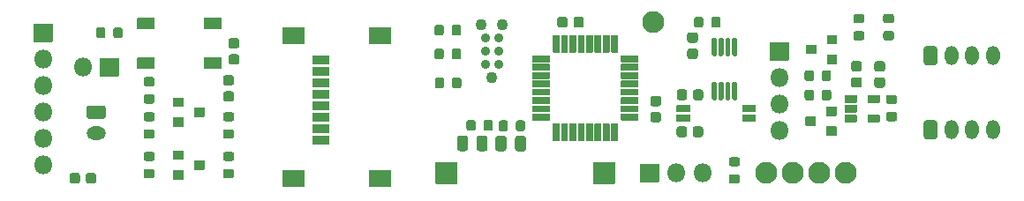
<source format=gbr>
%TF.GenerationSoftware,KiCad,Pcbnew,(5.1.10)-1*%
%TF.CreationDate,2021-07-02T15:13:39-07:00*%
%TF.ProjectId,BivalveBit,42697661-6c76-4654-9269-742e6b696361,A*%
%TF.SameCoordinates,Original*%
%TF.FileFunction,Soldermask,Top*%
%TF.FilePolarity,Negative*%
%FSLAX46Y46*%
G04 Gerber Fmt 4.6, Leading zero omitted, Abs format (unit mm)*
G04 Created by KiCad (PCBNEW (5.1.10)-1) date 2021-07-02 15:13:39*
%MOMM*%
%LPD*%
G01*
G04 APERTURE LIST*
%ADD10O,1.301600X1.851600*%
%ADD11O,1.801600X1.801600*%
%ADD12C,0.889000*%
%ADD13C,1.092200*%
%ADD14O,1.851600X1.301600*%
%ADD15C,2.101600*%
G04 APERTURE END LIST*
D10*
%TO.C,HEART_SENSOR1*%
X193972700Y-125399800D03*
X191972700Y-125399800D03*
X189972700Y-125399800D03*
G36*
G01*
X187321900Y-126054435D02*
X187321900Y-124745165D01*
G75*
G02*
X187593065Y-124474000I271165J0D01*
G01*
X188352335Y-124474000D01*
G75*
G02*
X188623500Y-124745165I0J-271165D01*
G01*
X188623500Y-126054435D01*
G75*
G02*
X188352335Y-126325600I-271165J0D01*
G01*
X187593065Y-126325600D01*
G75*
G02*
X187321900Y-126054435I0J271165D01*
G01*
G37*
%TD*%
D11*
%TO.C,J1*%
X106680000Y-126492000D03*
G36*
G01*
X108370000Y-125591200D02*
X110070000Y-125591200D01*
G75*
G02*
X110120800Y-125642000I0J-50800D01*
G01*
X110120800Y-127342000D01*
G75*
G02*
X110070000Y-127392800I-50800J0D01*
G01*
X108370000Y-127392800D01*
G75*
G02*
X108319200Y-127342000I0J50800D01*
G01*
X108319200Y-125642000D01*
G75*
G02*
X108370000Y-125591200I50800J0D01*
G01*
G37*
%TD*%
%TO.C,R17*%
G36*
G01*
X184259900Y-122269700D02*
X183659100Y-122269700D01*
G75*
G02*
X183433700Y-122044300I0J225400D01*
G01*
X183433700Y-121593500D01*
G75*
G02*
X183659100Y-121368100I225400J0D01*
G01*
X184259900Y-121368100D01*
G75*
G02*
X184485300Y-121593500I0J-225400D01*
G01*
X184485300Y-122044300D01*
G75*
G02*
X184259900Y-122269700I-225400J0D01*
G01*
G37*
G36*
G01*
X184259900Y-123919700D02*
X183659100Y-123919700D01*
G75*
G02*
X183433700Y-123694300I0J225400D01*
G01*
X183433700Y-123243500D01*
G75*
G02*
X183659100Y-123018100I225400J0D01*
G01*
X184259900Y-123018100D01*
G75*
G02*
X184485300Y-123243500I0J-225400D01*
G01*
X184485300Y-123694300D01*
G75*
G02*
X184259900Y-123919700I-225400J0D01*
G01*
G37*
%TD*%
%TO.C,R16*%
G36*
G01*
X181402400Y-122269700D02*
X180801600Y-122269700D01*
G75*
G02*
X180576200Y-122044300I0J225400D01*
G01*
X180576200Y-121593500D01*
G75*
G02*
X180801600Y-121368100I225400J0D01*
G01*
X181402400Y-121368100D01*
G75*
G02*
X181627800Y-121593500I0J-225400D01*
G01*
X181627800Y-122044300D01*
G75*
G02*
X181402400Y-122269700I-225400J0D01*
G01*
G37*
G36*
G01*
X181402400Y-123919700D02*
X180801600Y-123919700D01*
G75*
G02*
X180576200Y-123694300I0J225400D01*
G01*
X180576200Y-123243500D01*
G75*
G02*
X180801600Y-123018100I225400J0D01*
G01*
X181402400Y-123018100D01*
G75*
G02*
X181627800Y-123243500I0J-225400D01*
G01*
X181627800Y-123694300D01*
G75*
G02*
X181402400Y-123919700I-225400J0D01*
G01*
G37*
%TD*%
%TO.C,U4*%
G36*
G01*
X117339200Y-136290000D02*
X117339200Y-135490000D01*
G75*
G02*
X117390000Y-135439200I50800J0D01*
G01*
X118290000Y-135439200D01*
G75*
G02*
X118340800Y-135490000I0J-50800D01*
G01*
X118340800Y-136290000D01*
G75*
G02*
X118290000Y-136340800I-50800J0D01*
G01*
X117390000Y-136340800D01*
G75*
G02*
X117339200Y-136290000I0J50800D01*
G01*
G37*
G36*
G01*
X115339200Y-137240000D02*
X115339200Y-136440000D01*
G75*
G02*
X115390000Y-136389200I50800J0D01*
G01*
X116290000Y-136389200D01*
G75*
G02*
X116340800Y-136440000I0J-50800D01*
G01*
X116340800Y-137240000D01*
G75*
G02*
X116290000Y-137290800I-50800J0D01*
G01*
X115390000Y-137290800D01*
G75*
G02*
X115339200Y-137240000I0J50800D01*
G01*
G37*
G36*
G01*
X115339200Y-135340000D02*
X115339200Y-134540000D01*
G75*
G02*
X115390000Y-134489200I50800J0D01*
G01*
X116290000Y-134489200D01*
G75*
G02*
X116340800Y-134540000I0J-50800D01*
G01*
X116340800Y-135340000D01*
G75*
G02*
X116290000Y-135390800I-50800J0D01*
G01*
X115390000Y-135390800D01*
G75*
G02*
X115339200Y-135340000I0J50800D01*
G01*
G37*
%TD*%
%TO.C,U3*%
G36*
G01*
X181938700Y-129854800D02*
X181938700Y-129204800D01*
G75*
G02*
X181989500Y-129154000I50800J0D01*
G01*
X183049500Y-129154000D01*
G75*
G02*
X183100300Y-129204800I0J-50800D01*
G01*
X183100300Y-129854800D01*
G75*
G02*
X183049500Y-129905600I-50800J0D01*
G01*
X181989500Y-129905600D01*
G75*
G02*
X181938700Y-129854800I0J50800D01*
G01*
G37*
G36*
G01*
X181938700Y-131754800D02*
X181938700Y-131104800D01*
G75*
G02*
X181989500Y-131054000I50800J0D01*
G01*
X183049500Y-131054000D01*
G75*
G02*
X183100300Y-131104800I0J-50800D01*
G01*
X183100300Y-131754800D01*
G75*
G02*
X183049500Y-131805600I-50800J0D01*
G01*
X181989500Y-131805600D01*
G75*
G02*
X181938700Y-131754800I0J50800D01*
G01*
G37*
G36*
G01*
X179738700Y-131754800D02*
X179738700Y-131104800D01*
G75*
G02*
X179789500Y-131054000I50800J0D01*
G01*
X180849500Y-131054000D01*
G75*
G02*
X180900300Y-131104800I0J-50800D01*
G01*
X180900300Y-131754800D01*
G75*
G02*
X180849500Y-131805600I-50800J0D01*
G01*
X179789500Y-131805600D01*
G75*
G02*
X179738700Y-131754800I0J50800D01*
G01*
G37*
G36*
G01*
X179738700Y-130804800D02*
X179738700Y-130154800D01*
G75*
G02*
X179789500Y-130104000I50800J0D01*
G01*
X180849500Y-130104000D01*
G75*
G02*
X180900300Y-130154800I0J-50800D01*
G01*
X180900300Y-130804800D01*
G75*
G02*
X180849500Y-130855600I-50800J0D01*
G01*
X179789500Y-130855600D01*
G75*
G02*
X179738700Y-130804800I0J50800D01*
G01*
G37*
G36*
G01*
X179738700Y-129854800D02*
X179738700Y-129204800D01*
G75*
G02*
X179789500Y-129154000I50800J0D01*
G01*
X180849500Y-129154000D01*
G75*
G02*
X180900300Y-129204800I0J-50800D01*
G01*
X180900300Y-129854800D01*
G75*
G02*
X180849500Y-129905600I-50800J0D01*
G01*
X179789500Y-129905600D01*
G75*
G02*
X179738700Y-129854800I0J50800D01*
G01*
G37*
%TD*%
%TO.C,U2*%
G36*
G01*
X152347000Y-125092800D02*
X151797000Y-125092800D01*
G75*
G02*
X151746200Y-125042000I0J50800D01*
G01*
X151746200Y-123442000D01*
G75*
G02*
X151797000Y-123391200I50800J0D01*
G01*
X152347000Y-123391200D01*
G75*
G02*
X152397800Y-123442000I0J-50800D01*
G01*
X152397800Y-125042000D01*
G75*
G02*
X152347000Y-125092800I-50800J0D01*
G01*
G37*
G36*
G01*
X153147000Y-125092800D02*
X152597000Y-125092800D01*
G75*
G02*
X152546200Y-125042000I0J50800D01*
G01*
X152546200Y-123442000D01*
G75*
G02*
X152597000Y-123391200I50800J0D01*
G01*
X153147000Y-123391200D01*
G75*
G02*
X153197800Y-123442000I0J-50800D01*
G01*
X153197800Y-125042000D01*
G75*
G02*
X153147000Y-125092800I-50800J0D01*
G01*
G37*
G36*
G01*
X153947000Y-125092800D02*
X153397000Y-125092800D01*
G75*
G02*
X153346200Y-125042000I0J50800D01*
G01*
X153346200Y-123442000D01*
G75*
G02*
X153397000Y-123391200I50800J0D01*
G01*
X153947000Y-123391200D01*
G75*
G02*
X153997800Y-123442000I0J-50800D01*
G01*
X153997800Y-125042000D01*
G75*
G02*
X153947000Y-125092800I-50800J0D01*
G01*
G37*
G36*
G01*
X154747000Y-125092800D02*
X154197000Y-125092800D01*
G75*
G02*
X154146200Y-125042000I0J50800D01*
G01*
X154146200Y-123442000D01*
G75*
G02*
X154197000Y-123391200I50800J0D01*
G01*
X154747000Y-123391200D01*
G75*
G02*
X154797800Y-123442000I0J-50800D01*
G01*
X154797800Y-125042000D01*
G75*
G02*
X154747000Y-125092800I-50800J0D01*
G01*
G37*
G36*
G01*
X155547000Y-125092800D02*
X154997000Y-125092800D01*
G75*
G02*
X154946200Y-125042000I0J50800D01*
G01*
X154946200Y-123442000D01*
G75*
G02*
X154997000Y-123391200I50800J0D01*
G01*
X155547000Y-123391200D01*
G75*
G02*
X155597800Y-123442000I0J-50800D01*
G01*
X155597800Y-125042000D01*
G75*
G02*
X155547000Y-125092800I-50800J0D01*
G01*
G37*
G36*
G01*
X156347000Y-125092800D02*
X155797000Y-125092800D01*
G75*
G02*
X155746200Y-125042000I0J50800D01*
G01*
X155746200Y-123442000D01*
G75*
G02*
X155797000Y-123391200I50800J0D01*
G01*
X156347000Y-123391200D01*
G75*
G02*
X156397800Y-123442000I0J-50800D01*
G01*
X156397800Y-125042000D01*
G75*
G02*
X156347000Y-125092800I-50800J0D01*
G01*
G37*
G36*
G01*
X157147000Y-125092800D02*
X156597000Y-125092800D01*
G75*
G02*
X156546200Y-125042000I0J50800D01*
G01*
X156546200Y-123442000D01*
G75*
G02*
X156597000Y-123391200I50800J0D01*
G01*
X157147000Y-123391200D01*
G75*
G02*
X157197800Y-123442000I0J-50800D01*
G01*
X157197800Y-125042000D01*
G75*
G02*
X157147000Y-125092800I-50800J0D01*
G01*
G37*
G36*
G01*
X157947000Y-125092800D02*
X157397000Y-125092800D01*
G75*
G02*
X157346200Y-125042000I0J50800D01*
G01*
X157346200Y-123442000D01*
G75*
G02*
X157397000Y-123391200I50800J0D01*
G01*
X157947000Y-123391200D01*
G75*
G02*
X157997800Y-123442000I0J-50800D01*
G01*
X157997800Y-125042000D01*
G75*
G02*
X157947000Y-125092800I-50800J0D01*
G01*
G37*
G36*
G01*
X158271200Y-125967000D02*
X158271200Y-125417000D01*
G75*
G02*
X158322000Y-125366200I50800J0D01*
G01*
X159922000Y-125366200D01*
G75*
G02*
X159972800Y-125417000I0J-50800D01*
G01*
X159972800Y-125967000D01*
G75*
G02*
X159922000Y-126017800I-50800J0D01*
G01*
X158322000Y-126017800D01*
G75*
G02*
X158271200Y-125967000I0J50800D01*
G01*
G37*
G36*
G01*
X158271200Y-126767000D02*
X158271200Y-126217000D01*
G75*
G02*
X158322000Y-126166200I50800J0D01*
G01*
X159922000Y-126166200D01*
G75*
G02*
X159972800Y-126217000I0J-50800D01*
G01*
X159972800Y-126767000D01*
G75*
G02*
X159922000Y-126817800I-50800J0D01*
G01*
X158322000Y-126817800D01*
G75*
G02*
X158271200Y-126767000I0J50800D01*
G01*
G37*
G36*
G01*
X158271200Y-127567000D02*
X158271200Y-127017000D01*
G75*
G02*
X158322000Y-126966200I50800J0D01*
G01*
X159922000Y-126966200D01*
G75*
G02*
X159972800Y-127017000I0J-50800D01*
G01*
X159972800Y-127567000D01*
G75*
G02*
X159922000Y-127617800I-50800J0D01*
G01*
X158322000Y-127617800D01*
G75*
G02*
X158271200Y-127567000I0J50800D01*
G01*
G37*
G36*
G01*
X158271200Y-128367000D02*
X158271200Y-127817000D01*
G75*
G02*
X158322000Y-127766200I50800J0D01*
G01*
X159922000Y-127766200D01*
G75*
G02*
X159972800Y-127817000I0J-50800D01*
G01*
X159972800Y-128367000D01*
G75*
G02*
X159922000Y-128417800I-50800J0D01*
G01*
X158322000Y-128417800D01*
G75*
G02*
X158271200Y-128367000I0J50800D01*
G01*
G37*
G36*
G01*
X158271200Y-129167000D02*
X158271200Y-128617000D01*
G75*
G02*
X158322000Y-128566200I50800J0D01*
G01*
X159922000Y-128566200D01*
G75*
G02*
X159972800Y-128617000I0J-50800D01*
G01*
X159972800Y-129167000D01*
G75*
G02*
X159922000Y-129217800I-50800J0D01*
G01*
X158322000Y-129217800D01*
G75*
G02*
X158271200Y-129167000I0J50800D01*
G01*
G37*
G36*
G01*
X158271200Y-129967000D02*
X158271200Y-129417000D01*
G75*
G02*
X158322000Y-129366200I50800J0D01*
G01*
X159922000Y-129366200D01*
G75*
G02*
X159972800Y-129417000I0J-50800D01*
G01*
X159972800Y-129967000D01*
G75*
G02*
X159922000Y-130017800I-50800J0D01*
G01*
X158322000Y-130017800D01*
G75*
G02*
X158271200Y-129967000I0J50800D01*
G01*
G37*
G36*
G01*
X158271200Y-130767000D02*
X158271200Y-130217000D01*
G75*
G02*
X158322000Y-130166200I50800J0D01*
G01*
X159922000Y-130166200D01*
G75*
G02*
X159972800Y-130217000I0J-50800D01*
G01*
X159972800Y-130767000D01*
G75*
G02*
X159922000Y-130817800I-50800J0D01*
G01*
X158322000Y-130817800D01*
G75*
G02*
X158271200Y-130767000I0J50800D01*
G01*
G37*
G36*
G01*
X158271200Y-131567000D02*
X158271200Y-131017000D01*
G75*
G02*
X158322000Y-130966200I50800J0D01*
G01*
X159922000Y-130966200D01*
G75*
G02*
X159972800Y-131017000I0J-50800D01*
G01*
X159972800Y-131567000D01*
G75*
G02*
X159922000Y-131617800I-50800J0D01*
G01*
X158322000Y-131617800D01*
G75*
G02*
X158271200Y-131567000I0J50800D01*
G01*
G37*
G36*
G01*
X157947000Y-133592800D02*
X157397000Y-133592800D01*
G75*
G02*
X157346200Y-133542000I0J50800D01*
G01*
X157346200Y-131942000D01*
G75*
G02*
X157397000Y-131891200I50800J0D01*
G01*
X157947000Y-131891200D01*
G75*
G02*
X157997800Y-131942000I0J-50800D01*
G01*
X157997800Y-133542000D01*
G75*
G02*
X157947000Y-133592800I-50800J0D01*
G01*
G37*
G36*
G01*
X157147000Y-133592800D02*
X156597000Y-133592800D01*
G75*
G02*
X156546200Y-133542000I0J50800D01*
G01*
X156546200Y-131942000D01*
G75*
G02*
X156597000Y-131891200I50800J0D01*
G01*
X157147000Y-131891200D01*
G75*
G02*
X157197800Y-131942000I0J-50800D01*
G01*
X157197800Y-133542000D01*
G75*
G02*
X157147000Y-133592800I-50800J0D01*
G01*
G37*
G36*
G01*
X156347000Y-133592800D02*
X155797000Y-133592800D01*
G75*
G02*
X155746200Y-133542000I0J50800D01*
G01*
X155746200Y-131942000D01*
G75*
G02*
X155797000Y-131891200I50800J0D01*
G01*
X156347000Y-131891200D01*
G75*
G02*
X156397800Y-131942000I0J-50800D01*
G01*
X156397800Y-133542000D01*
G75*
G02*
X156347000Y-133592800I-50800J0D01*
G01*
G37*
G36*
G01*
X155547000Y-133592800D02*
X154997000Y-133592800D01*
G75*
G02*
X154946200Y-133542000I0J50800D01*
G01*
X154946200Y-131942000D01*
G75*
G02*
X154997000Y-131891200I50800J0D01*
G01*
X155547000Y-131891200D01*
G75*
G02*
X155597800Y-131942000I0J-50800D01*
G01*
X155597800Y-133542000D01*
G75*
G02*
X155547000Y-133592800I-50800J0D01*
G01*
G37*
G36*
G01*
X154747000Y-133592800D02*
X154197000Y-133592800D01*
G75*
G02*
X154146200Y-133542000I0J50800D01*
G01*
X154146200Y-131942000D01*
G75*
G02*
X154197000Y-131891200I50800J0D01*
G01*
X154747000Y-131891200D01*
G75*
G02*
X154797800Y-131942000I0J-50800D01*
G01*
X154797800Y-133542000D01*
G75*
G02*
X154747000Y-133592800I-50800J0D01*
G01*
G37*
G36*
G01*
X153947000Y-133592800D02*
X153397000Y-133592800D01*
G75*
G02*
X153346200Y-133542000I0J50800D01*
G01*
X153346200Y-131942000D01*
G75*
G02*
X153397000Y-131891200I50800J0D01*
G01*
X153947000Y-131891200D01*
G75*
G02*
X153997800Y-131942000I0J-50800D01*
G01*
X153997800Y-133542000D01*
G75*
G02*
X153947000Y-133592800I-50800J0D01*
G01*
G37*
G36*
G01*
X153147000Y-133592800D02*
X152597000Y-133592800D01*
G75*
G02*
X152546200Y-133542000I0J50800D01*
G01*
X152546200Y-131942000D01*
G75*
G02*
X152597000Y-131891200I50800J0D01*
G01*
X153147000Y-131891200D01*
G75*
G02*
X153197800Y-131942000I0J-50800D01*
G01*
X153197800Y-133542000D01*
G75*
G02*
X153147000Y-133592800I-50800J0D01*
G01*
G37*
G36*
G01*
X152347000Y-133592800D02*
X151797000Y-133592800D01*
G75*
G02*
X151746200Y-133542000I0J50800D01*
G01*
X151746200Y-131942000D01*
G75*
G02*
X151797000Y-131891200I50800J0D01*
G01*
X152347000Y-131891200D01*
G75*
G02*
X152397800Y-131942000I0J-50800D01*
G01*
X152397800Y-133542000D01*
G75*
G02*
X152347000Y-133592800I-50800J0D01*
G01*
G37*
G36*
G01*
X149771200Y-131567000D02*
X149771200Y-131017000D01*
G75*
G02*
X149822000Y-130966200I50800J0D01*
G01*
X151422000Y-130966200D01*
G75*
G02*
X151472800Y-131017000I0J-50800D01*
G01*
X151472800Y-131567000D01*
G75*
G02*
X151422000Y-131617800I-50800J0D01*
G01*
X149822000Y-131617800D01*
G75*
G02*
X149771200Y-131567000I0J50800D01*
G01*
G37*
G36*
G01*
X149771200Y-130767000D02*
X149771200Y-130217000D01*
G75*
G02*
X149822000Y-130166200I50800J0D01*
G01*
X151422000Y-130166200D01*
G75*
G02*
X151472800Y-130217000I0J-50800D01*
G01*
X151472800Y-130767000D01*
G75*
G02*
X151422000Y-130817800I-50800J0D01*
G01*
X149822000Y-130817800D01*
G75*
G02*
X149771200Y-130767000I0J50800D01*
G01*
G37*
G36*
G01*
X149771200Y-129967000D02*
X149771200Y-129417000D01*
G75*
G02*
X149822000Y-129366200I50800J0D01*
G01*
X151422000Y-129366200D01*
G75*
G02*
X151472800Y-129417000I0J-50800D01*
G01*
X151472800Y-129967000D01*
G75*
G02*
X151422000Y-130017800I-50800J0D01*
G01*
X149822000Y-130017800D01*
G75*
G02*
X149771200Y-129967000I0J50800D01*
G01*
G37*
G36*
G01*
X149771200Y-129167000D02*
X149771200Y-128617000D01*
G75*
G02*
X149822000Y-128566200I50800J0D01*
G01*
X151422000Y-128566200D01*
G75*
G02*
X151472800Y-128617000I0J-50800D01*
G01*
X151472800Y-129167000D01*
G75*
G02*
X151422000Y-129217800I-50800J0D01*
G01*
X149822000Y-129217800D01*
G75*
G02*
X149771200Y-129167000I0J50800D01*
G01*
G37*
G36*
G01*
X149771200Y-128367000D02*
X149771200Y-127817000D01*
G75*
G02*
X149822000Y-127766200I50800J0D01*
G01*
X151422000Y-127766200D01*
G75*
G02*
X151472800Y-127817000I0J-50800D01*
G01*
X151472800Y-128367000D01*
G75*
G02*
X151422000Y-128417800I-50800J0D01*
G01*
X149822000Y-128417800D01*
G75*
G02*
X149771200Y-128367000I0J50800D01*
G01*
G37*
G36*
G01*
X149771200Y-127567000D02*
X149771200Y-127017000D01*
G75*
G02*
X149822000Y-126966200I50800J0D01*
G01*
X151422000Y-126966200D01*
G75*
G02*
X151472800Y-127017000I0J-50800D01*
G01*
X151472800Y-127567000D01*
G75*
G02*
X151422000Y-127617800I-50800J0D01*
G01*
X149822000Y-127617800D01*
G75*
G02*
X149771200Y-127567000I0J50800D01*
G01*
G37*
G36*
G01*
X149771200Y-126767000D02*
X149771200Y-126217000D01*
G75*
G02*
X149822000Y-126166200I50800J0D01*
G01*
X151422000Y-126166200D01*
G75*
G02*
X151472800Y-126217000I0J-50800D01*
G01*
X151472800Y-126767000D01*
G75*
G02*
X151422000Y-126817800I-50800J0D01*
G01*
X149822000Y-126817800D01*
G75*
G02*
X149771200Y-126767000I0J50800D01*
G01*
G37*
G36*
G01*
X149771200Y-125967000D02*
X149771200Y-125417000D01*
G75*
G02*
X149822000Y-125366200I50800J0D01*
G01*
X151422000Y-125366200D01*
G75*
G02*
X151472800Y-125417000I0J-50800D01*
G01*
X151472800Y-125967000D01*
G75*
G02*
X151422000Y-126017800I-50800J0D01*
G01*
X149822000Y-126017800D01*
G75*
G02*
X149771200Y-125967000I0J50800D01*
G01*
G37*
%TD*%
%TO.C,SW2*%
G36*
G01*
X155607200Y-137652000D02*
X155607200Y-135652000D01*
G75*
G02*
X155658000Y-135601200I50800J0D01*
G01*
X157658000Y-135601200D01*
G75*
G02*
X157708800Y-135652000I0J-50800D01*
G01*
X157708800Y-137652000D01*
G75*
G02*
X157658000Y-137702800I-50800J0D01*
G01*
X155658000Y-137702800D01*
G75*
G02*
X155607200Y-137652000I0J50800D01*
G01*
G37*
G36*
G01*
X140487200Y-137652000D02*
X140487200Y-135652000D01*
G75*
G02*
X140538000Y-135601200I50800J0D01*
G01*
X142538000Y-135601200D01*
G75*
G02*
X142588800Y-135652000I0J-50800D01*
G01*
X142588800Y-137652000D01*
G75*
G02*
X142538000Y-137702800I-50800J0D01*
G01*
X140538000Y-137702800D01*
G75*
G02*
X140487200Y-137652000I0J50800D01*
G01*
G37*
%TD*%
%TO.C,RESET1*%
G36*
G01*
X118275200Y-126606000D02*
X118275200Y-125606000D01*
G75*
G02*
X118326000Y-125555200I50800J0D01*
G01*
X119926000Y-125555200D01*
G75*
G02*
X119976800Y-125606000I0J-50800D01*
G01*
X119976800Y-126606000D01*
G75*
G02*
X119926000Y-126656800I-50800J0D01*
G01*
X118326000Y-126656800D01*
G75*
G02*
X118275200Y-126606000I0J50800D01*
G01*
G37*
G36*
G01*
X111875200Y-126606000D02*
X111875200Y-125606000D01*
G75*
G02*
X111926000Y-125555200I50800J0D01*
G01*
X113526000Y-125555200D01*
G75*
G02*
X113576800Y-125606000I0J-50800D01*
G01*
X113576800Y-126606000D01*
G75*
G02*
X113526000Y-126656800I-50800J0D01*
G01*
X111926000Y-126656800D01*
G75*
G02*
X111875200Y-126606000I0J50800D01*
G01*
G37*
G36*
G01*
X118275200Y-122806000D02*
X118275200Y-121806000D01*
G75*
G02*
X118326000Y-121755200I50800J0D01*
G01*
X119926000Y-121755200D01*
G75*
G02*
X119976800Y-121806000I0J-50800D01*
G01*
X119976800Y-122806000D01*
G75*
G02*
X119926000Y-122856800I-50800J0D01*
G01*
X118326000Y-122856800D01*
G75*
G02*
X118275200Y-122806000I0J50800D01*
G01*
G37*
G36*
G01*
X111875200Y-122806000D02*
X111875200Y-121806000D01*
G75*
G02*
X111926000Y-121755200I50800J0D01*
G01*
X113526000Y-121755200D01*
G75*
G02*
X113576800Y-121806000I0J-50800D01*
G01*
X113576800Y-122806000D01*
G75*
G02*
X113526000Y-122856800I-50800J0D01*
G01*
X111926000Y-122856800D01*
G75*
G02*
X111875200Y-122806000I0J50800D01*
G01*
G37*
%TD*%
%TO.C,R15*%
G36*
G01*
X168863600Y-136772200D02*
X169464400Y-136772200D01*
G75*
G02*
X169689800Y-136997600I0J-225400D01*
G01*
X169689800Y-137448400D01*
G75*
G02*
X169464400Y-137673800I-225400J0D01*
G01*
X168863600Y-137673800D01*
G75*
G02*
X168638200Y-137448400I0J225400D01*
G01*
X168638200Y-136997600D01*
G75*
G02*
X168863600Y-136772200I225400J0D01*
G01*
G37*
G36*
G01*
X168863600Y-135122200D02*
X169464400Y-135122200D01*
G75*
G02*
X169689800Y-135347600I0J-225400D01*
G01*
X169689800Y-135798400D01*
G75*
G02*
X169464400Y-136023800I-225400J0D01*
G01*
X168863600Y-136023800D01*
G75*
G02*
X168638200Y-135798400I0J225400D01*
G01*
X168638200Y-135347600D01*
G75*
G02*
X168863600Y-135122200I225400J0D01*
G01*
G37*
%TD*%
%TO.C,R14*%
G36*
G01*
X183938500Y-130790500D02*
X184539300Y-130790500D01*
G75*
G02*
X184764700Y-131015900I0J-225400D01*
G01*
X184764700Y-131466700D01*
G75*
G02*
X184539300Y-131692100I-225400J0D01*
G01*
X183938500Y-131692100D01*
G75*
G02*
X183713100Y-131466700I0J225400D01*
G01*
X183713100Y-131015900D01*
G75*
G02*
X183938500Y-130790500I225400J0D01*
G01*
G37*
G36*
G01*
X183938500Y-129140500D02*
X184539300Y-129140500D01*
G75*
G02*
X184764700Y-129365900I0J-225400D01*
G01*
X184764700Y-129816700D01*
G75*
G02*
X184539300Y-130042100I-225400J0D01*
G01*
X183938500Y-130042100D01*
G75*
G02*
X183713100Y-129816700I0J225400D01*
G01*
X183713100Y-129365900D01*
G75*
G02*
X183938500Y-129140500I225400J0D01*
G01*
G37*
%TD*%
%TO.C,R13*%
G36*
G01*
X113330400Y-128340800D02*
X112729600Y-128340800D01*
G75*
G02*
X112504200Y-128115400I0J225400D01*
G01*
X112504200Y-127664600D01*
G75*
G02*
X112729600Y-127439200I225400J0D01*
G01*
X113330400Y-127439200D01*
G75*
G02*
X113555800Y-127664600I0J-225400D01*
G01*
X113555800Y-128115400D01*
G75*
G02*
X113330400Y-128340800I-225400J0D01*
G01*
G37*
G36*
G01*
X113330400Y-129990800D02*
X112729600Y-129990800D01*
G75*
G02*
X112504200Y-129765400I0J225400D01*
G01*
X112504200Y-129314600D01*
G75*
G02*
X112729600Y-129089200I225400J0D01*
G01*
X113330400Y-129089200D01*
G75*
G02*
X113555800Y-129314600I0J-225400D01*
G01*
X113555800Y-129765400D01*
G75*
G02*
X113330400Y-129990800I-225400J0D01*
G01*
G37*
%TD*%
%TO.C,R12*%
G36*
G01*
X120950400Y-131705800D02*
X120349600Y-131705800D01*
G75*
G02*
X120124200Y-131480400I0J225400D01*
G01*
X120124200Y-131029600D01*
G75*
G02*
X120349600Y-130804200I225400J0D01*
G01*
X120950400Y-130804200D01*
G75*
G02*
X121175800Y-131029600I0J-225400D01*
G01*
X121175800Y-131480400D01*
G75*
G02*
X120950400Y-131705800I-225400J0D01*
G01*
G37*
G36*
G01*
X120950400Y-133355800D02*
X120349600Y-133355800D01*
G75*
G02*
X120124200Y-133130400I0J225400D01*
G01*
X120124200Y-132679600D01*
G75*
G02*
X120349600Y-132454200I225400J0D01*
G01*
X120950400Y-132454200D01*
G75*
G02*
X121175800Y-132679600I0J-225400D01*
G01*
X121175800Y-133130400D01*
G75*
G02*
X120950400Y-133355800I-225400J0D01*
G01*
G37*
%TD*%
%TO.C,R11*%
G36*
G01*
X113330400Y-131705800D02*
X112729600Y-131705800D01*
G75*
G02*
X112504200Y-131480400I0J225400D01*
G01*
X112504200Y-131029600D01*
G75*
G02*
X112729600Y-130804200I225400J0D01*
G01*
X113330400Y-130804200D01*
G75*
G02*
X113555800Y-131029600I0J-225400D01*
G01*
X113555800Y-131480400D01*
G75*
G02*
X113330400Y-131705800I-225400J0D01*
G01*
G37*
G36*
G01*
X113330400Y-133355800D02*
X112729600Y-133355800D01*
G75*
G02*
X112504200Y-133130400I0J225400D01*
G01*
X112504200Y-132679600D01*
G75*
G02*
X112729600Y-132454200I225400J0D01*
G01*
X113330400Y-132454200D01*
G75*
G02*
X113555800Y-132679600I0J-225400D01*
G01*
X113555800Y-133130400D01*
G75*
G02*
X113330400Y-133355800I-225400J0D01*
G01*
G37*
%TD*%
%TO.C,R10*%
G36*
G01*
X120950400Y-135515800D02*
X120349600Y-135515800D01*
G75*
G02*
X120124200Y-135290400I0J225400D01*
G01*
X120124200Y-134839600D01*
G75*
G02*
X120349600Y-134614200I225400J0D01*
G01*
X120950400Y-134614200D01*
G75*
G02*
X121175800Y-134839600I0J-225400D01*
G01*
X121175800Y-135290400D01*
G75*
G02*
X120950400Y-135515800I-225400J0D01*
G01*
G37*
G36*
G01*
X120950400Y-137165800D02*
X120349600Y-137165800D01*
G75*
G02*
X120124200Y-136940400I0J225400D01*
G01*
X120124200Y-136489600D01*
G75*
G02*
X120349600Y-136264200I225400J0D01*
G01*
X120950400Y-136264200D01*
G75*
G02*
X121175800Y-136489600I0J-225400D01*
G01*
X121175800Y-136940400D01*
G75*
G02*
X120950400Y-137165800I-225400J0D01*
G01*
G37*
%TD*%
%TO.C,R9*%
G36*
G01*
X113330400Y-135515800D02*
X112729600Y-135515800D01*
G75*
G02*
X112504200Y-135290400I0J225400D01*
G01*
X112504200Y-134839600D01*
G75*
G02*
X112729600Y-134614200I225400J0D01*
G01*
X113330400Y-134614200D01*
G75*
G02*
X113555800Y-134839600I0J-225400D01*
G01*
X113555800Y-135290400D01*
G75*
G02*
X113330400Y-135515800I-225400J0D01*
G01*
G37*
G36*
G01*
X113330400Y-137165800D02*
X112729600Y-137165800D01*
G75*
G02*
X112504200Y-136940400I0J225400D01*
G01*
X112504200Y-136489600D01*
G75*
G02*
X112729600Y-136264200I225400J0D01*
G01*
X113330400Y-136264200D01*
G75*
G02*
X113555800Y-136489600I0J-225400D01*
G01*
X113555800Y-136940400D01*
G75*
G02*
X113330400Y-137165800I-225400J0D01*
G01*
G37*
%TD*%
%TO.C,R8*%
G36*
G01*
X141294800Y-122635600D02*
X141294800Y-123236400D01*
G75*
G02*
X141069400Y-123461800I-225400J0D01*
G01*
X140618600Y-123461800D01*
G75*
G02*
X140393200Y-123236400I0J225400D01*
G01*
X140393200Y-122635600D01*
G75*
G02*
X140618600Y-122410200I225400J0D01*
G01*
X141069400Y-122410200D01*
G75*
G02*
X141294800Y-122635600I0J-225400D01*
G01*
G37*
G36*
G01*
X142944800Y-122635600D02*
X142944800Y-123236400D01*
G75*
G02*
X142719400Y-123461800I-225400J0D01*
G01*
X142268600Y-123461800D01*
G75*
G02*
X142043200Y-123236400I0J225400D01*
G01*
X142043200Y-122635600D01*
G75*
G02*
X142268600Y-122410200I225400J0D01*
G01*
X142719400Y-122410200D01*
G75*
G02*
X142944800Y-122635600I0J-225400D01*
G01*
G37*
%TD*%
%TO.C,R7*%
G36*
G01*
X144355000Y-131779600D02*
X144355000Y-132380400D01*
G75*
G02*
X144129600Y-132605800I-225400J0D01*
G01*
X143678800Y-132605800D01*
G75*
G02*
X143453400Y-132380400I0J225400D01*
G01*
X143453400Y-131779600D01*
G75*
G02*
X143678800Y-131554200I225400J0D01*
G01*
X144129600Y-131554200D01*
G75*
G02*
X144355000Y-131779600I0J-225400D01*
G01*
G37*
G36*
G01*
X146005000Y-131779600D02*
X146005000Y-132380400D01*
G75*
G02*
X145779600Y-132605800I-225400J0D01*
G01*
X145328800Y-132605800D01*
G75*
G02*
X145103400Y-132380400I0J225400D01*
G01*
X145103400Y-131779600D01*
G75*
G02*
X145328800Y-131554200I225400J0D01*
G01*
X145779600Y-131554200D01*
G75*
G02*
X146005000Y-131779600I0J-225400D01*
G01*
G37*
%TD*%
%TO.C,R6*%
G36*
G01*
X141294800Y-124921600D02*
X141294800Y-125522400D01*
G75*
G02*
X141069400Y-125747800I-225400J0D01*
G01*
X140618600Y-125747800D01*
G75*
G02*
X140393200Y-125522400I0J225400D01*
G01*
X140393200Y-124921600D01*
G75*
G02*
X140618600Y-124696200I225400J0D01*
G01*
X141069400Y-124696200D01*
G75*
G02*
X141294800Y-124921600I0J-225400D01*
G01*
G37*
G36*
G01*
X142944800Y-124921600D02*
X142944800Y-125522400D01*
G75*
G02*
X142719400Y-125747800I-225400J0D01*
G01*
X142268600Y-125747800D01*
G75*
G02*
X142043200Y-125522400I0J225400D01*
G01*
X142043200Y-124921600D01*
G75*
G02*
X142268600Y-124696200I225400J0D01*
G01*
X142719400Y-124696200D01*
G75*
G02*
X142944800Y-124921600I0J-225400D01*
G01*
G37*
%TD*%
%TO.C,R5*%
G36*
G01*
X176803500Y-128871300D02*
X176803500Y-129472100D01*
G75*
G02*
X176578100Y-129697500I-225400J0D01*
G01*
X176127300Y-129697500D01*
G75*
G02*
X175901900Y-129472100I0J225400D01*
G01*
X175901900Y-128871300D01*
G75*
G02*
X176127300Y-128645900I225400J0D01*
G01*
X176578100Y-128645900D01*
G75*
G02*
X176803500Y-128871300I0J-225400D01*
G01*
G37*
G36*
G01*
X178453500Y-128871300D02*
X178453500Y-129472100D01*
G75*
G02*
X178228100Y-129697500I-225400J0D01*
G01*
X177777300Y-129697500D01*
G75*
G02*
X177551900Y-129472100I0J225400D01*
G01*
X177551900Y-128871300D01*
G75*
G02*
X177777300Y-128645900I225400J0D01*
G01*
X178228100Y-128645900D01*
G75*
G02*
X178453500Y-128871300I0J-225400D01*
G01*
G37*
%TD*%
%TO.C,R4*%
G36*
G01*
X176790800Y-127004400D02*
X176790800Y-127605200D01*
G75*
G02*
X176565400Y-127830600I-225400J0D01*
G01*
X176114600Y-127830600D01*
G75*
G02*
X175889200Y-127605200I0J225400D01*
G01*
X175889200Y-127004400D01*
G75*
G02*
X176114600Y-126779000I225400J0D01*
G01*
X176565400Y-126779000D01*
G75*
G02*
X176790800Y-127004400I0J-225400D01*
G01*
G37*
G36*
G01*
X178440800Y-127004400D02*
X178440800Y-127605200D01*
G75*
G02*
X178215400Y-127830600I-225400J0D01*
G01*
X177764600Y-127830600D01*
G75*
G02*
X177539200Y-127605200I0J225400D01*
G01*
X177539200Y-127004400D01*
G75*
G02*
X177764600Y-126779000I225400J0D01*
G01*
X178215400Y-126779000D01*
G75*
G02*
X178440800Y-127004400I0J-225400D01*
G01*
G37*
%TD*%
%TO.C,R3*%
G36*
G01*
X142080800Y-128303700D02*
X142080800Y-127702900D01*
G75*
G02*
X142306200Y-127477500I225400J0D01*
G01*
X142757000Y-127477500D01*
G75*
G02*
X142982400Y-127702900I0J-225400D01*
G01*
X142982400Y-128303700D01*
G75*
G02*
X142757000Y-128529100I-225400J0D01*
G01*
X142306200Y-128529100D01*
G75*
G02*
X142080800Y-128303700I0J225400D01*
G01*
G37*
G36*
G01*
X140430800Y-128303700D02*
X140430800Y-127702900D01*
G75*
G02*
X140656200Y-127477500I225400J0D01*
G01*
X141107000Y-127477500D01*
G75*
G02*
X141332400Y-127702900I0J-225400D01*
G01*
X141332400Y-128303700D01*
G75*
G02*
X141107000Y-128529100I-225400J0D01*
G01*
X140656200Y-128529100D01*
G75*
G02*
X140430800Y-128303700I0J225400D01*
G01*
G37*
%TD*%
%TO.C,R2*%
G36*
G01*
X109594200Y-123490400D02*
X109594200Y-122889600D01*
G75*
G02*
X109819600Y-122664200I225400J0D01*
G01*
X110270400Y-122664200D01*
G75*
G02*
X110495800Y-122889600I0J-225400D01*
G01*
X110495800Y-123490400D01*
G75*
G02*
X110270400Y-123715800I-225400J0D01*
G01*
X109819600Y-123715800D01*
G75*
G02*
X109594200Y-123490400I0J225400D01*
G01*
G37*
G36*
G01*
X107944200Y-123490400D02*
X107944200Y-122889600D01*
G75*
G02*
X108169600Y-122664200I225400J0D01*
G01*
X108620400Y-122664200D01*
G75*
G02*
X108845800Y-122889600I0J-225400D01*
G01*
X108845800Y-123490400D01*
G75*
G02*
X108620400Y-123715800I-225400J0D01*
G01*
X108169600Y-123715800D01*
G75*
G02*
X107944200Y-123490400I0J225400D01*
G01*
G37*
%TD*%
%TO.C,R1*%
G36*
G01*
X166935200Y-122474400D02*
X166935200Y-121873600D01*
G75*
G02*
X167160600Y-121648200I225400J0D01*
G01*
X167611400Y-121648200D01*
G75*
G02*
X167836800Y-121873600I0J-225400D01*
G01*
X167836800Y-122474400D01*
G75*
G02*
X167611400Y-122699800I-225400J0D01*
G01*
X167160600Y-122699800D01*
G75*
G02*
X166935200Y-122474400I0J225400D01*
G01*
G37*
G36*
G01*
X165285200Y-122474400D02*
X165285200Y-121873600D01*
G75*
G02*
X165510600Y-121648200I225400J0D01*
G01*
X165961400Y-121648200D01*
G75*
G02*
X166186800Y-121873600I0J-225400D01*
G01*
X166186800Y-122474400D01*
G75*
G02*
X165961400Y-122699800I-225400J0D01*
G01*
X165510600Y-122699800D01*
G75*
G02*
X165285200Y-122474400I0J225400D01*
G01*
G37*
%TD*%
%TO.C,Q3*%
G36*
G01*
X117339200Y-131210000D02*
X117339200Y-130410000D01*
G75*
G02*
X117390000Y-130359200I50800J0D01*
G01*
X118290000Y-130359200D01*
G75*
G02*
X118340800Y-130410000I0J-50800D01*
G01*
X118340800Y-131210000D01*
G75*
G02*
X118290000Y-131260800I-50800J0D01*
G01*
X117390000Y-131260800D01*
G75*
G02*
X117339200Y-131210000I0J50800D01*
G01*
G37*
G36*
G01*
X115339200Y-132160000D02*
X115339200Y-131360000D01*
G75*
G02*
X115390000Y-131309200I50800J0D01*
G01*
X116290000Y-131309200D01*
G75*
G02*
X116340800Y-131360000I0J-50800D01*
G01*
X116340800Y-132160000D01*
G75*
G02*
X116290000Y-132210800I-50800J0D01*
G01*
X115390000Y-132210800D01*
G75*
G02*
X115339200Y-132160000I0J50800D01*
G01*
G37*
G36*
G01*
X115339200Y-130260000D02*
X115339200Y-129460000D01*
G75*
G02*
X115390000Y-129409200I50800J0D01*
G01*
X116290000Y-129409200D01*
G75*
G02*
X116340800Y-129460000I0J-50800D01*
G01*
X116340800Y-130260000D01*
G75*
G02*
X116290000Y-130310800I-50800J0D01*
G01*
X115390000Y-130310800D01*
G75*
G02*
X115339200Y-130260000I0J50800D01*
G01*
G37*
%TD*%
%TO.C,Q2*%
G36*
G01*
X176970600Y-131273600D02*
X176970600Y-132073600D01*
G75*
G02*
X176919800Y-132124400I-50800J0D01*
G01*
X176019800Y-132124400D01*
G75*
G02*
X175969000Y-132073600I0J50800D01*
G01*
X175969000Y-131273600D01*
G75*
G02*
X176019800Y-131222800I50800J0D01*
G01*
X176919800Y-131222800D01*
G75*
G02*
X176970600Y-131273600I0J-50800D01*
G01*
G37*
G36*
G01*
X178970600Y-130323600D02*
X178970600Y-131123600D01*
G75*
G02*
X178919800Y-131174400I-50800J0D01*
G01*
X178019800Y-131174400D01*
G75*
G02*
X177969000Y-131123600I0J50800D01*
G01*
X177969000Y-130323600D01*
G75*
G02*
X178019800Y-130272800I50800J0D01*
G01*
X178919800Y-130272800D01*
G75*
G02*
X178970600Y-130323600I0J-50800D01*
G01*
G37*
G36*
G01*
X178970600Y-132223600D02*
X178970600Y-133023600D01*
G75*
G02*
X178919800Y-133074400I-50800J0D01*
G01*
X178019800Y-133074400D01*
G75*
G02*
X177969000Y-133023600I0J50800D01*
G01*
X177969000Y-132223600D01*
G75*
G02*
X178019800Y-132172800I50800J0D01*
G01*
X178919800Y-132172800D01*
G75*
G02*
X178970600Y-132223600I0J-50800D01*
G01*
G37*
%TD*%
%TO.C,Q1*%
G36*
G01*
X177034100Y-124390200D02*
X177034100Y-125190200D01*
G75*
G02*
X176983300Y-125241000I-50800J0D01*
G01*
X176083300Y-125241000D01*
G75*
G02*
X176032500Y-125190200I0J50800D01*
G01*
X176032500Y-124390200D01*
G75*
G02*
X176083300Y-124339400I50800J0D01*
G01*
X176983300Y-124339400D01*
G75*
G02*
X177034100Y-124390200I0J-50800D01*
G01*
G37*
G36*
G01*
X179034100Y-123440200D02*
X179034100Y-124240200D01*
G75*
G02*
X178983300Y-124291000I-50800J0D01*
G01*
X178083300Y-124291000D01*
G75*
G02*
X178032500Y-124240200I0J50800D01*
G01*
X178032500Y-123440200D01*
G75*
G02*
X178083300Y-123389400I50800J0D01*
G01*
X178983300Y-123389400D01*
G75*
G02*
X179034100Y-123440200I0J-50800D01*
G01*
G37*
G36*
G01*
X179034100Y-125340200D02*
X179034100Y-126140200D01*
G75*
G02*
X178983300Y-126191000I-50800J0D01*
G01*
X178083300Y-126191000D01*
G75*
G02*
X178032500Y-126140200I0J50800D01*
G01*
X178032500Y-125340200D01*
G75*
G02*
X178083300Y-125289400I50800J0D01*
G01*
X178983300Y-125289400D01*
G75*
G02*
X179034100Y-125340200I0J-50800D01*
G01*
G37*
%TD*%
D12*
%TO.C,PROGRAM_HEADER1*%
X145288000Y-123698000D03*
X146558000Y-123698000D03*
X145288000Y-124968000D03*
X146558000Y-124968000D03*
X145288000Y-126238000D03*
X146558000Y-126238000D03*
D13*
X145923000Y-127508000D03*
X146939000Y-122428000D03*
X144907000Y-122428000D03*
%TD*%
D14*
%TO.C,PRIMARY_BATTERY1*%
X107950000Y-132810000D03*
G36*
G01*
X107295365Y-130159200D02*
X108604635Y-130159200D01*
G75*
G02*
X108875800Y-130430365I0J-271165D01*
G01*
X108875800Y-131189635D01*
G75*
G02*
X108604635Y-131460800I-271165J0D01*
G01*
X107295365Y-131460800D01*
G75*
G02*
X107024200Y-131189635I0J271165D01*
G01*
X107024200Y-130430365D01*
G75*
G02*
X107295365Y-130159200I271165J0D01*
G01*
G37*
%TD*%
D11*
%TO.C,OLED1*%
X173482000Y-132588000D03*
X173482000Y-130048000D03*
X173482000Y-127508000D03*
G36*
G01*
X172581200Y-125818000D02*
X172581200Y-124118000D01*
G75*
G02*
X172632000Y-124067200I50800J0D01*
G01*
X174332000Y-124067200D01*
G75*
G02*
X174382800Y-124118000I0J-50800D01*
G01*
X174382800Y-125818000D01*
G75*
G02*
X174332000Y-125868800I-50800J0D01*
G01*
X172632000Y-125868800D01*
G75*
G02*
X172581200Y-125818000I0J50800D01*
G01*
G37*
%TD*%
%TO.C,microSD1*%
G36*
G01*
X125847000Y-122626200D02*
X127897000Y-122626200D01*
G75*
G02*
X127947800Y-122677000I0J-50800D01*
G01*
X127947800Y-124177000D01*
G75*
G02*
X127897000Y-124227800I-50800J0D01*
G01*
X125847000Y-124227800D01*
G75*
G02*
X125796200Y-124177000I0J50800D01*
G01*
X125796200Y-122677000D01*
G75*
G02*
X125847000Y-122626200I50800J0D01*
G01*
G37*
G36*
G01*
X134147000Y-122626200D02*
X136197000Y-122626200D01*
G75*
G02*
X136247800Y-122677000I0J-50800D01*
G01*
X136247800Y-124177000D01*
G75*
G02*
X136197000Y-124227800I-50800J0D01*
G01*
X134147000Y-124227800D01*
G75*
G02*
X134096200Y-124177000I0J50800D01*
G01*
X134096200Y-122677000D01*
G75*
G02*
X134147000Y-122626200I50800J0D01*
G01*
G37*
G36*
G01*
X134147000Y-136376200D02*
X136197000Y-136376200D01*
G75*
G02*
X136247800Y-136427000I0J-50800D01*
G01*
X136247800Y-137927000D01*
G75*
G02*
X136197000Y-137977800I-50800J0D01*
G01*
X134147000Y-137977800D01*
G75*
G02*
X134096200Y-137927000I0J50800D01*
G01*
X134096200Y-136427000D01*
G75*
G02*
X134147000Y-136376200I50800J0D01*
G01*
G37*
G36*
G01*
X125847000Y-136376200D02*
X127897000Y-136376200D01*
G75*
G02*
X127947800Y-136427000I0J-50800D01*
G01*
X127947800Y-137927000D01*
G75*
G02*
X127897000Y-137977800I-50800J0D01*
G01*
X125847000Y-137977800D01*
G75*
G02*
X125796200Y-137927000I0J50800D01*
G01*
X125796200Y-136427000D01*
G75*
G02*
X125847000Y-136376200I50800J0D01*
G01*
G37*
G36*
G01*
X128722000Y-125351200D02*
X130222000Y-125351200D01*
G75*
G02*
X130272800Y-125402000I0J-50800D01*
G01*
X130272800Y-126202000D01*
G75*
G02*
X130222000Y-126252800I-50800J0D01*
G01*
X128722000Y-126252800D01*
G75*
G02*
X128671200Y-126202000I0J50800D01*
G01*
X128671200Y-125402000D01*
G75*
G02*
X128722000Y-125351200I50800J0D01*
G01*
G37*
G36*
G01*
X128722000Y-126451200D02*
X130222000Y-126451200D01*
G75*
G02*
X130272800Y-126502000I0J-50800D01*
G01*
X130272800Y-127302000D01*
G75*
G02*
X130222000Y-127352800I-50800J0D01*
G01*
X128722000Y-127352800D01*
G75*
G02*
X128671200Y-127302000I0J50800D01*
G01*
X128671200Y-126502000D01*
G75*
G02*
X128722000Y-126451200I50800J0D01*
G01*
G37*
G36*
G01*
X128722000Y-127551200D02*
X130222000Y-127551200D01*
G75*
G02*
X130272800Y-127602000I0J-50800D01*
G01*
X130272800Y-128402000D01*
G75*
G02*
X130222000Y-128452800I-50800J0D01*
G01*
X128722000Y-128452800D01*
G75*
G02*
X128671200Y-128402000I0J50800D01*
G01*
X128671200Y-127602000D01*
G75*
G02*
X128722000Y-127551200I50800J0D01*
G01*
G37*
G36*
G01*
X128722000Y-128651200D02*
X130222000Y-128651200D01*
G75*
G02*
X130272800Y-128702000I0J-50800D01*
G01*
X130272800Y-129502000D01*
G75*
G02*
X130222000Y-129552800I-50800J0D01*
G01*
X128722000Y-129552800D01*
G75*
G02*
X128671200Y-129502000I0J50800D01*
G01*
X128671200Y-128702000D01*
G75*
G02*
X128722000Y-128651200I50800J0D01*
G01*
G37*
G36*
G01*
X128722000Y-129751200D02*
X130222000Y-129751200D01*
G75*
G02*
X130272800Y-129802000I0J-50800D01*
G01*
X130272800Y-130602000D01*
G75*
G02*
X130222000Y-130652800I-50800J0D01*
G01*
X128722000Y-130652800D01*
G75*
G02*
X128671200Y-130602000I0J50800D01*
G01*
X128671200Y-129802000D01*
G75*
G02*
X128722000Y-129751200I50800J0D01*
G01*
G37*
G36*
G01*
X128722000Y-130851200D02*
X130222000Y-130851200D01*
G75*
G02*
X130272800Y-130902000I0J-50800D01*
G01*
X130272800Y-131702000D01*
G75*
G02*
X130222000Y-131752800I-50800J0D01*
G01*
X128722000Y-131752800D01*
G75*
G02*
X128671200Y-131702000I0J50800D01*
G01*
X128671200Y-130902000D01*
G75*
G02*
X128722000Y-130851200I50800J0D01*
G01*
G37*
G36*
G01*
X128722000Y-131951200D02*
X130222000Y-131951200D01*
G75*
G02*
X130272800Y-132002000I0J-50800D01*
G01*
X130272800Y-132802000D01*
G75*
G02*
X130222000Y-132852800I-50800J0D01*
G01*
X128722000Y-132852800D01*
G75*
G02*
X128671200Y-132802000I0J50800D01*
G01*
X128671200Y-132002000D01*
G75*
G02*
X128722000Y-131951200I50800J0D01*
G01*
G37*
G36*
G01*
X128722000Y-133051200D02*
X130222000Y-133051200D01*
G75*
G02*
X130272800Y-133102000I0J-50800D01*
G01*
X130272800Y-133902000D01*
G75*
G02*
X130222000Y-133952800I-50800J0D01*
G01*
X128722000Y-133952800D01*
G75*
G02*
X128671200Y-133902000I0J50800D01*
G01*
X128671200Y-133102000D01*
G75*
G02*
X128722000Y-133051200I50800J0D01*
G01*
G37*
%TD*%
D15*
%TO.C,J7*%
X177292000Y-136652000D03*
%TD*%
D11*
%TO.C,J6*%
X166116000Y-136652000D03*
X163576000Y-136652000D03*
G36*
G01*
X161886000Y-137552800D02*
X160186000Y-137552800D01*
G75*
G02*
X160135200Y-137502000I0J50800D01*
G01*
X160135200Y-135802000D01*
G75*
G02*
X160186000Y-135751200I50800J0D01*
G01*
X161886000Y-135751200D01*
G75*
G02*
X161936800Y-135802000I0J-50800D01*
G01*
X161936800Y-137502000D01*
G75*
G02*
X161886000Y-137552800I-50800J0D01*
G01*
G37*
%TD*%
D15*
%TO.C,J5*%
X174752000Y-136652000D03*
%TD*%
%TO.C,J4*%
X172212000Y-136652000D03*
%TD*%
D10*
%TO.C,HALL_SENSOR1*%
X193972700Y-132511800D03*
X191972700Y-132511800D03*
X189972700Y-132511800D03*
G36*
G01*
X187321900Y-133166435D02*
X187321900Y-131857165D01*
G75*
G02*
X187593065Y-131586000I271165J0D01*
G01*
X188352335Y-131586000D01*
G75*
G02*
X188623500Y-131857165I0J-271165D01*
G01*
X188623500Y-133166435D01*
G75*
G02*
X188352335Y-133437600I-271165J0D01*
G01*
X187593065Y-133437600D01*
G75*
G02*
X187321900Y-133166435I0J271165D01*
G01*
G37*
%TD*%
D11*
%TO.C,FTDI1*%
X102870000Y-135890000D03*
X102870000Y-133350000D03*
X102870000Y-130810000D03*
X102870000Y-128270000D03*
X102870000Y-125730000D03*
G36*
G01*
X101969200Y-124040000D02*
X101969200Y-122340000D01*
G75*
G02*
X102020000Y-122289200I50800J0D01*
G01*
X103720000Y-122289200D01*
G75*
G02*
X103770800Y-122340000I0J-50800D01*
G01*
X103770800Y-124040000D01*
G75*
G02*
X103720000Y-124090800I-50800J0D01*
G01*
X102020000Y-124090800D01*
G75*
G02*
X101969200Y-124040000I0J50800D01*
G01*
G37*
%TD*%
%TO.C,D1*%
G36*
G01*
X144429900Y-134288850D02*
X144429900Y-133325550D01*
G75*
G02*
X144699050Y-133056400I269150J0D01*
G01*
X145237350Y-133056400D01*
G75*
G02*
X145506500Y-133325550I0J-269150D01*
G01*
X145506500Y-134288850D01*
G75*
G02*
X145237350Y-134558000I-269150J0D01*
G01*
X144699050Y-134558000D01*
G75*
G02*
X144429900Y-134288850I0J269150D01*
G01*
G37*
G36*
G01*
X142554900Y-134288850D02*
X142554900Y-133325550D01*
G75*
G02*
X142824050Y-133056400I269150J0D01*
G01*
X143362350Y-133056400D01*
G75*
G02*
X143631500Y-133325550I0J-269150D01*
G01*
X143631500Y-134288850D01*
G75*
G02*
X143362350Y-134558000I-269150J0D01*
G01*
X142824050Y-134558000D01*
G75*
G02*
X142554900Y-134288850I0J269150D01*
G01*
G37*
%TD*%
%TO.C,Crystal_32.768kHz1*%
G36*
G01*
X164874100Y-130825100D02*
X163674100Y-130825100D01*
G75*
G02*
X163623300Y-130774300I0J50800D01*
G01*
X163623300Y-130174300D01*
G75*
G02*
X163674100Y-130123500I50800J0D01*
G01*
X164874100Y-130123500D01*
G75*
G02*
X164924900Y-130174300I0J-50800D01*
G01*
X164924900Y-130774300D01*
G75*
G02*
X164874100Y-130825100I-50800J0D01*
G01*
G37*
G36*
G01*
X171174100Y-130825100D02*
X169974100Y-130825100D01*
G75*
G02*
X169923300Y-130774300I0J50800D01*
G01*
X169923300Y-130174300D01*
G75*
G02*
X169974100Y-130123500I50800J0D01*
G01*
X171174100Y-130123500D01*
G75*
G02*
X171224900Y-130174300I0J-50800D01*
G01*
X171224900Y-130774300D01*
G75*
G02*
X171174100Y-130825100I-50800J0D01*
G01*
G37*
G36*
G01*
X171174100Y-131725100D02*
X169974100Y-131725100D01*
G75*
G02*
X169923300Y-131674300I0J50800D01*
G01*
X169923300Y-131074300D01*
G75*
G02*
X169974100Y-131023500I50800J0D01*
G01*
X171174100Y-131023500D01*
G75*
G02*
X171224900Y-131074300I0J-50800D01*
G01*
X171224900Y-131674300D01*
G75*
G02*
X171174100Y-131725100I-50800J0D01*
G01*
G37*
G36*
G01*
X164874100Y-131725100D02*
X163674100Y-131725100D01*
G75*
G02*
X163623300Y-131674300I0J50800D01*
G01*
X163623300Y-131074300D01*
G75*
G02*
X163674100Y-131023500I50800J0D01*
G01*
X164874100Y-131023500D01*
G75*
G02*
X164924900Y-131074300I0J-50800D01*
G01*
X164924900Y-131674300D01*
G75*
G02*
X164874100Y-131725100I-50800J0D01*
G01*
G37*
%TD*%
%TO.C,C8*%
G36*
G01*
X153179900Y-121898600D02*
X153179900Y-122449400D01*
G75*
G02*
X152929500Y-122699800I-250400J0D01*
G01*
X152428700Y-122699800D01*
G75*
G02*
X152178300Y-122449400I0J250400D01*
G01*
X152178300Y-121898600D01*
G75*
G02*
X152428700Y-121648200I250400J0D01*
G01*
X152929500Y-121648200D01*
G75*
G02*
X153179900Y-121898600I0J-250400D01*
G01*
G37*
G36*
G01*
X154729900Y-121898600D02*
X154729900Y-122449400D01*
G75*
G02*
X154479500Y-122699800I-250400J0D01*
G01*
X153978700Y-122699800D01*
G75*
G02*
X153728300Y-122449400I0J250400D01*
G01*
X153728300Y-121898600D01*
G75*
G02*
X153978700Y-121648200I250400J0D01*
G01*
X154479500Y-121648200D01*
G75*
G02*
X154729900Y-121898600I0J-250400D01*
G01*
G37*
%TD*%
%TO.C,C7*%
G36*
G01*
X121433400Y-124693800D02*
X120882600Y-124693800D01*
G75*
G02*
X120632200Y-124443400I0J250400D01*
G01*
X120632200Y-123942600D01*
G75*
G02*
X120882600Y-123692200I250400J0D01*
G01*
X121433400Y-123692200D01*
G75*
G02*
X121683800Y-123942600I0J-250400D01*
G01*
X121683800Y-124443400D01*
G75*
G02*
X121433400Y-124693800I-250400J0D01*
G01*
G37*
G36*
G01*
X121433400Y-126243800D02*
X120882600Y-126243800D01*
G75*
G02*
X120632200Y-125993400I0J250400D01*
G01*
X120632200Y-125492600D01*
G75*
G02*
X120882600Y-125242200I250400J0D01*
G01*
X121433400Y-125242200D01*
G75*
G02*
X121683800Y-125492600I0J-250400D01*
G01*
X121683800Y-125993400D01*
G75*
G02*
X121433400Y-126243800I-250400J0D01*
G01*
G37*
%TD*%
%TO.C,C6*%
G36*
G01*
X120374600Y-128798200D02*
X120925400Y-128798200D01*
G75*
G02*
X121175800Y-129048600I0J-250400D01*
G01*
X121175800Y-129549400D01*
G75*
G02*
X120925400Y-129799800I-250400J0D01*
G01*
X120374600Y-129799800D01*
G75*
G02*
X120124200Y-129549400I0J250400D01*
G01*
X120124200Y-129048600D01*
G75*
G02*
X120374600Y-128798200I250400J0D01*
G01*
G37*
G36*
G01*
X120374600Y-127248200D02*
X120925400Y-127248200D01*
G75*
G02*
X121175800Y-127498600I0J-250400D01*
G01*
X121175800Y-127999400D01*
G75*
G02*
X120925400Y-128249800I-250400J0D01*
G01*
X120374600Y-128249800D01*
G75*
G02*
X120124200Y-127999400I0J250400D01*
G01*
X120124200Y-127498600D01*
G75*
G02*
X120374600Y-127248200I250400J0D01*
G01*
G37*
%TD*%
%TO.C,C5*%
G36*
G01*
X183371300Y-126916300D02*
X182820500Y-126916300D01*
G75*
G02*
X182570100Y-126665900I0J250400D01*
G01*
X182570100Y-126165100D01*
G75*
G02*
X182820500Y-125914700I250400J0D01*
G01*
X183371300Y-125914700D01*
G75*
G02*
X183621700Y-126165100I0J-250400D01*
G01*
X183621700Y-126665900D01*
G75*
G02*
X183371300Y-126916300I-250400J0D01*
G01*
G37*
G36*
G01*
X183371300Y-128466300D02*
X182820500Y-128466300D01*
G75*
G02*
X182570100Y-128215900I0J250400D01*
G01*
X182570100Y-127715100D01*
G75*
G02*
X182820500Y-127464700I250400J0D01*
G01*
X183371300Y-127464700D01*
G75*
G02*
X183621700Y-127715100I0J-250400D01*
G01*
X183621700Y-128215900D01*
G75*
G02*
X183371300Y-128466300I-250400J0D01*
G01*
G37*
%TD*%
%TO.C,C4*%
G36*
G01*
X161895600Y-130243700D02*
X161344800Y-130243700D01*
G75*
G02*
X161094400Y-129993300I0J250400D01*
G01*
X161094400Y-129492500D01*
G75*
G02*
X161344800Y-129242100I250400J0D01*
G01*
X161895600Y-129242100D01*
G75*
G02*
X162146000Y-129492500I0J-250400D01*
G01*
X162146000Y-129993300D01*
G75*
G02*
X161895600Y-130243700I-250400J0D01*
G01*
G37*
G36*
G01*
X161895600Y-131793700D02*
X161344800Y-131793700D01*
G75*
G02*
X161094400Y-131543300I0J250400D01*
G01*
X161094400Y-131042500D01*
G75*
G02*
X161344800Y-130792100I250400J0D01*
G01*
X161895600Y-130792100D01*
G75*
G02*
X162146000Y-131042500I0J-250400D01*
G01*
X162146000Y-131543300D01*
G75*
G02*
X161895600Y-131793700I-250400J0D01*
G01*
G37*
%TD*%
%TO.C,C3*%
G36*
G01*
X181148800Y-126903600D02*
X180598000Y-126903600D01*
G75*
G02*
X180347600Y-126653200I0J250400D01*
G01*
X180347600Y-126152400D01*
G75*
G02*
X180598000Y-125902000I250400J0D01*
G01*
X181148800Y-125902000D01*
G75*
G02*
X181399200Y-126152400I0J-250400D01*
G01*
X181399200Y-126653200D01*
G75*
G02*
X181148800Y-126903600I-250400J0D01*
G01*
G37*
G36*
G01*
X181148800Y-128453600D02*
X180598000Y-128453600D01*
G75*
G02*
X180347600Y-128203200I0J250400D01*
G01*
X180347600Y-127702400D01*
G75*
G02*
X180598000Y-127452000I250400J0D01*
G01*
X181148800Y-127452000D01*
G75*
G02*
X181399200Y-127702400I0J-250400D01*
G01*
X181399200Y-128203200D01*
G75*
G02*
X181148800Y-128453600I-250400J0D01*
G01*
G37*
%TD*%
%TO.C,C2*%
G36*
G01*
X106954200Y-137435400D02*
X106954200Y-136884600D01*
G75*
G02*
X107204600Y-136634200I250400J0D01*
G01*
X107705400Y-136634200D01*
G75*
G02*
X107955800Y-136884600I0J-250400D01*
G01*
X107955800Y-137435400D01*
G75*
G02*
X107705400Y-137685800I-250400J0D01*
G01*
X107204600Y-137685800D01*
G75*
G02*
X106954200Y-137435400I0J250400D01*
G01*
G37*
G36*
G01*
X105404200Y-137435400D02*
X105404200Y-136884600D01*
G75*
G02*
X105654600Y-136634200I250400J0D01*
G01*
X106155400Y-136634200D01*
G75*
G02*
X106405800Y-136884600I0J-250400D01*
G01*
X106405800Y-137435400D01*
G75*
G02*
X106155400Y-137685800I-250400J0D01*
G01*
X105654600Y-137685800D01*
G75*
G02*
X105404200Y-137435400I0J250400D01*
G01*
G37*
%TD*%
%TO.C,C1*%
G36*
G01*
X164875400Y-124696100D02*
X165426200Y-124696100D01*
G75*
G02*
X165676600Y-124946500I0J-250400D01*
G01*
X165676600Y-125447300D01*
G75*
G02*
X165426200Y-125697700I-250400J0D01*
G01*
X164875400Y-125697700D01*
G75*
G02*
X164625000Y-125447300I0J250400D01*
G01*
X164625000Y-124946500D01*
G75*
G02*
X164875400Y-124696100I250400J0D01*
G01*
G37*
G36*
G01*
X164875400Y-123146100D02*
X165426200Y-123146100D01*
G75*
G02*
X165676600Y-123396500I0J-250400D01*
G01*
X165676600Y-123897300D01*
G75*
G02*
X165426200Y-124147700I-250400J0D01*
G01*
X164875400Y-124147700D01*
G75*
G02*
X164625000Y-123897300I0J250400D01*
G01*
X164625000Y-123396500D01*
G75*
G02*
X164875400Y-123146100I250400J0D01*
G01*
G37*
%TD*%
D15*
%TO.C,J8*%
X179832000Y-136652000D03*
%TD*%
%TO.C,C9*%
G36*
G01*
X166185300Y-128870900D02*
X166185300Y-129421700D01*
G75*
G02*
X165934900Y-129672100I-250400J0D01*
G01*
X165434100Y-129672100D01*
G75*
G02*
X165183700Y-129421700I0J250400D01*
G01*
X165183700Y-128870900D01*
G75*
G02*
X165434100Y-128620500I250400J0D01*
G01*
X165934900Y-128620500D01*
G75*
G02*
X166185300Y-128870900I0J-250400D01*
G01*
G37*
G36*
G01*
X164635300Y-128870900D02*
X164635300Y-129421700D01*
G75*
G02*
X164384900Y-129672100I-250400J0D01*
G01*
X163884100Y-129672100D01*
G75*
G02*
X163633700Y-129421700I0J250400D01*
G01*
X163633700Y-128870900D01*
G75*
G02*
X163884100Y-128620500I250400J0D01*
G01*
X164384900Y-128620500D01*
G75*
G02*
X164635300Y-128870900I0J-250400D01*
G01*
G37*
%TD*%
%TO.C,C10*%
G36*
G01*
X165171000Y-132965000D02*
X165171000Y-132414200D01*
G75*
G02*
X165421400Y-132163800I250400J0D01*
G01*
X165922200Y-132163800D01*
G75*
G02*
X166172600Y-132414200I0J-250400D01*
G01*
X166172600Y-132965000D01*
G75*
G02*
X165922200Y-133215400I-250400J0D01*
G01*
X165421400Y-133215400D01*
G75*
G02*
X165171000Y-132965000I0J250400D01*
G01*
G37*
G36*
G01*
X163621000Y-132965000D02*
X163621000Y-132414200D01*
G75*
G02*
X163871400Y-132163800I250400J0D01*
G01*
X164372200Y-132163800D01*
G75*
G02*
X164622600Y-132414200I0J-250400D01*
G01*
X164622600Y-132965000D01*
G75*
G02*
X164372200Y-133215400I-250400J0D01*
G01*
X163871400Y-133215400D01*
G75*
G02*
X163621000Y-132965000I0J250400D01*
G01*
G37*
%TD*%
%TO.C,RTC1*%
G36*
G01*
X167361900Y-129645600D02*
X167111100Y-129645600D01*
G75*
G02*
X166985700Y-129520200I0J125400D01*
G01*
X166985700Y-128044400D01*
G75*
G02*
X167111100Y-127919000I125400J0D01*
G01*
X167361900Y-127919000D01*
G75*
G02*
X167487300Y-128044400I0J-125400D01*
G01*
X167487300Y-129520200D01*
G75*
G02*
X167361900Y-129645600I-125400J0D01*
G01*
G37*
G36*
G01*
X168011900Y-129645600D02*
X167761100Y-129645600D01*
G75*
G02*
X167635700Y-129520200I0J125400D01*
G01*
X167635700Y-128044400D01*
G75*
G02*
X167761100Y-127919000I125400J0D01*
G01*
X168011900Y-127919000D01*
G75*
G02*
X168137300Y-128044400I0J-125400D01*
G01*
X168137300Y-129520200D01*
G75*
G02*
X168011900Y-129645600I-125400J0D01*
G01*
G37*
G36*
G01*
X168661900Y-129645600D02*
X168411100Y-129645600D01*
G75*
G02*
X168285700Y-129520200I0J125400D01*
G01*
X168285700Y-128044400D01*
G75*
G02*
X168411100Y-127919000I125400J0D01*
G01*
X168661900Y-127919000D01*
G75*
G02*
X168787300Y-128044400I0J-125400D01*
G01*
X168787300Y-129520200D01*
G75*
G02*
X168661900Y-129645600I-125400J0D01*
G01*
G37*
G36*
G01*
X169311900Y-129645600D02*
X169061100Y-129645600D01*
G75*
G02*
X168935700Y-129520200I0J125400D01*
G01*
X168935700Y-128044400D01*
G75*
G02*
X169061100Y-127919000I125400J0D01*
G01*
X169311900Y-127919000D01*
G75*
G02*
X169437300Y-128044400I0J-125400D01*
G01*
X169437300Y-129520200D01*
G75*
G02*
X169311900Y-129645600I-125400J0D01*
G01*
G37*
G36*
G01*
X169311900Y-125420600D02*
X169061100Y-125420600D01*
G75*
G02*
X168935700Y-125295200I0J125400D01*
G01*
X168935700Y-123819400D01*
G75*
G02*
X169061100Y-123694000I125400J0D01*
G01*
X169311900Y-123694000D01*
G75*
G02*
X169437300Y-123819400I0J-125400D01*
G01*
X169437300Y-125295200D01*
G75*
G02*
X169311900Y-125420600I-125400J0D01*
G01*
G37*
G36*
G01*
X168661900Y-125420600D02*
X168411100Y-125420600D01*
G75*
G02*
X168285700Y-125295200I0J125400D01*
G01*
X168285700Y-123819400D01*
G75*
G02*
X168411100Y-123694000I125400J0D01*
G01*
X168661900Y-123694000D01*
G75*
G02*
X168787300Y-123819400I0J-125400D01*
G01*
X168787300Y-125295200D01*
G75*
G02*
X168661900Y-125420600I-125400J0D01*
G01*
G37*
G36*
G01*
X168011900Y-125420600D02*
X167761100Y-125420600D01*
G75*
G02*
X167635700Y-125295200I0J125400D01*
G01*
X167635700Y-123819400D01*
G75*
G02*
X167761100Y-123694000I125400J0D01*
G01*
X168011900Y-123694000D01*
G75*
G02*
X168137300Y-123819400I0J-125400D01*
G01*
X168137300Y-125295200D01*
G75*
G02*
X168011900Y-125420600I-125400J0D01*
G01*
G37*
G36*
G01*
X167361900Y-125420600D02*
X167111100Y-125420600D01*
G75*
G02*
X166985700Y-125295200I0J125400D01*
G01*
X166985700Y-123819400D01*
G75*
G02*
X167111100Y-123694000I125400J0D01*
G01*
X167361900Y-123694000D01*
G75*
G02*
X167487300Y-123819400I0J-125400D01*
G01*
X167487300Y-125295200D01*
G75*
G02*
X167361900Y-125420600I-125400J0D01*
G01*
G37*
%TD*%
%TO.C,J2*%
X161366200Y-122135900D03*
%TD*%
%TO.C,D2*%
G36*
G01*
X146237900Y-134314250D02*
X146237900Y-133350950D01*
G75*
G02*
X146507050Y-133081800I269150J0D01*
G01*
X147045350Y-133081800D01*
G75*
G02*
X147314500Y-133350950I0J-269150D01*
G01*
X147314500Y-134314250D01*
G75*
G02*
X147045350Y-134583400I-269150J0D01*
G01*
X146507050Y-134583400D01*
G75*
G02*
X146237900Y-134314250I0J269150D01*
G01*
G37*
G36*
G01*
X148112900Y-134314250D02*
X148112900Y-133350950D01*
G75*
G02*
X148382050Y-133081800I269150J0D01*
G01*
X148920350Y-133081800D01*
G75*
G02*
X149189500Y-133350950I0J-269150D01*
G01*
X149189500Y-134314250D01*
G75*
G02*
X148920350Y-134583400I-269150J0D01*
G01*
X148382050Y-134583400D01*
G75*
G02*
X148112900Y-134314250I0J269150D01*
G01*
G37*
%TD*%
%TO.C,R18*%
G36*
G01*
X149103800Y-131817700D02*
X149103800Y-132418500D01*
G75*
G02*
X148878400Y-132643900I-225400J0D01*
G01*
X148427600Y-132643900D01*
G75*
G02*
X148202200Y-132418500I0J225400D01*
G01*
X148202200Y-131817700D01*
G75*
G02*
X148427600Y-131592300I225400J0D01*
G01*
X148878400Y-131592300D01*
G75*
G02*
X149103800Y-131817700I0J-225400D01*
G01*
G37*
G36*
G01*
X147453800Y-131817700D02*
X147453800Y-132418500D01*
G75*
G02*
X147228400Y-132643900I-225400J0D01*
G01*
X146777600Y-132643900D01*
G75*
G02*
X146552200Y-132418500I0J225400D01*
G01*
X146552200Y-131817700D01*
G75*
G02*
X146777600Y-131592300I225400J0D01*
G01*
X147228400Y-131592300D01*
G75*
G02*
X147453800Y-131817700I0J-225400D01*
G01*
G37*
%TD*%
M02*

</source>
